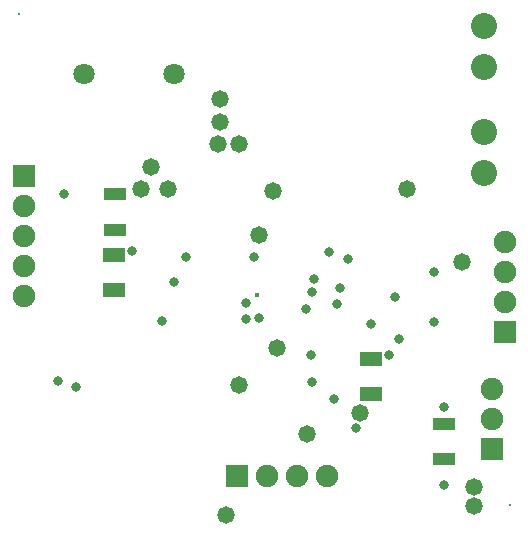
<source format=gbs>
G04*
G04 #@! TF.GenerationSoftware,Altium Limited,Altium Designer,22.8.2 (66)*
G04*
G04 Layer_Color=16711935*
%FSLAX44Y44*%
%MOMM*%
G71*
G04*
G04 #@! TF.SameCoordinates,050CC896-B192-49FC-821C-D45D8B1C7AEE*
G04*
G04*
G04 #@! TF.FilePolarity,Negative*
G04*
G01*
G75*
%ADD42R,1.9000X1.2500*%
%ADD46R,1.9000X1.1000*%
%ADD51C,1.8000*%
%ADD52C,1.9032*%
%ADD53R,1.9032X1.9032*%
%ADD54C,2.2032*%
%ADD55R,1.9032X1.9032*%
%ADD56C,0.2032*%
%ADD57C,0.4032*%
%ADD58C,0.8032*%
%ADD59C,1.4732*%
D42*
X815000Y591000D02*
D03*
Y561000D02*
D03*
X597000Y649000D02*
D03*
Y679000D02*
D03*
D46*
X877000Y536000D02*
D03*
Y506000D02*
D03*
X598000Y700000D02*
D03*
Y730000D02*
D03*
D51*
X572000Y832000D02*
D03*
X648000D02*
D03*
D52*
X917000Y565000D02*
D03*
Y539600D02*
D03*
X928000Y639000D02*
D03*
Y664400D02*
D03*
Y689800D02*
D03*
X521000Y644200D02*
D03*
Y669600D02*
D03*
Y720400D02*
D03*
Y695000D02*
D03*
X726600Y492000D02*
D03*
X752000D02*
D03*
X777400D02*
D03*
D53*
X917000Y514200D02*
D03*
X928000Y613600D02*
D03*
X521000Y745800D02*
D03*
D54*
X911000Y838000D02*
D03*
Y873000D02*
D03*
Y748000D02*
D03*
Y783000D02*
D03*
D55*
X701200Y492000D02*
D03*
D56*
X933000Y467000D02*
D03*
X517000Y883000D02*
D03*
D57*
X718012Y644804D02*
D03*
D58*
X709000Y638190D02*
D03*
Y624570D02*
D03*
X719899Y625290D02*
D03*
X835000Y643000D02*
D03*
X839000Y608000D02*
D03*
X868000Y664000D02*
D03*
Y622000D02*
D03*
X795284Y675716D02*
D03*
X767000Y658000D02*
D03*
X789000Y651000D02*
D03*
X786000Y637000D02*
D03*
X784000Y557000D02*
D03*
X802000Y532000D02*
D03*
X815000Y620000D02*
D03*
X765000Y571000D02*
D03*
X658000Y677000D02*
D03*
X565000Y567000D02*
D03*
X550000Y572000D02*
D03*
X638000Y623000D02*
D03*
X648000Y656000D02*
D03*
X613000Y682000D02*
D03*
X555000Y730000D02*
D03*
X877000Y484000D02*
D03*
X716000Y677000D02*
D03*
X779000Y681000D02*
D03*
X763960Y594000D02*
D03*
X877000Y550000D02*
D03*
X760222Y632778D02*
D03*
X764802Y646989D02*
D03*
X830000Y594000D02*
D03*
D59*
X761000Y527000D02*
D03*
X735000Y600000D02*
D03*
X720000Y696000D02*
D03*
X732000Y733000D02*
D03*
X685000Y773000D02*
D03*
X703000D02*
D03*
X806000Y545000D02*
D03*
X892000Y673000D02*
D03*
X703000Y569000D02*
D03*
X902000Y482000D02*
D03*
X692000Y459000D02*
D03*
X845000Y735000D02*
D03*
X687000Y791000D02*
D03*
Y811000D02*
D03*
X629000Y753000D02*
D03*
X620000Y735000D02*
D03*
X643000D02*
D03*
X902000Y466000D02*
D03*
M02*

</source>
